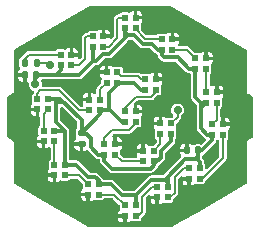
<source format=gbr>
%TF.GenerationSoftware,KiCad,Pcbnew,8.0.4*%
%TF.CreationDate,2024-10-23T12:54:15+11:00*%
%TF.ProjectId,SC_Logo_LED,53435f4c-6f67-46f5-9f4c-45442e6b6963,rev?*%
%TF.SameCoordinates,Original*%
%TF.FileFunction,Copper,L1,Top*%
%TF.FilePolarity,Positive*%
%FSLAX46Y46*%
G04 Gerber Fmt 4.6, Leading zero omitted, Abs format (unit mm)*
G04 Created by KiCad (PCBNEW 8.0.4) date 2024-10-23 12:54:15*
%MOMM*%
%LPD*%
G01*
G04 APERTURE LIST*
G04 Aperture macros list*
%AMRoundRect*
0 Rectangle with rounded corners*
0 $1 Rounding radius*
0 $2 $3 $4 $5 $6 $7 $8 $9 X,Y pos of 4 corners*
0 Add a 4 corners polygon primitive as box body*
4,1,4,$2,$3,$4,$5,$6,$7,$8,$9,$2,$3,0*
0 Add four circle primitives for the rounded corners*
1,1,$1+$1,$2,$3*
1,1,$1+$1,$4,$5*
1,1,$1+$1,$6,$7*
1,1,$1+$1,$8,$9*
0 Add four rect primitives between the rounded corners*
20,1,$1+$1,$2,$3,$4,$5,0*
20,1,$1+$1,$4,$5,$6,$7,0*
20,1,$1+$1,$6,$7,$8,$9,0*
20,1,$1+$1,$8,$9,$2,$3,0*%
G04 Aperture macros list end*
%TA.AperFunction,SMDPad,CuDef*%
%ADD10R,0.500000X0.500000*%
%TD*%
%TA.AperFunction,SMDPad,CuDef*%
%ADD11RoundRect,0.135000X0.135000X0.185000X-0.135000X0.185000X-0.135000X-0.185000X0.135000X-0.185000X0*%
%TD*%
%TA.AperFunction,SMDPad,CuDef*%
%ADD12RoundRect,0.140000X-0.140000X-0.170000X0.140000X-0.170000X0.140000X0.170000X-0.140000X0.170000X0*%
%TD*%
%TA.AperFunction,SMDPad,CuDef*%
%ADD13RoundRect,0.140000X0.170000X-0.140000X0.170000X0.140000X-0.170000X0.140000X-0.170000X-0.140000X0*%
%TD*%
%TA.AperFunction,ViaPad*%
%ADD14C,0.700000*%
%TD*%
%TA.AperFunction,Conductor*%
%ADD15C,0.300000*%
%TD*%
%TA.AperFunction,Conductor*%
%ADD16C,0.200000*%
%TD*%
G04 APERTURE END LIST*
D10*
%TO.P,D3,1,DIN*%
%TO.N,Net-(D2-DOUT)*%
X151754000Y-92899434D03*
%TO.P,D3,2,VDD*%
%TO.N,+5V*%
X151754000Y-93799434D03*
%TO.P,D3,3,DOUT*%
%TO.N,Net-(D3-DOUT)*%
X152654000Y-93799434D03*
%TO.P,D3,4,GND*%
%TO.N,GND*%
X152654000Y-92899434D03*
%TD*%
%TO.P,D2,1,DIN*%
%TO.N,Net-(D1-DOUT)*%
X149035250Y-94469105D03*
%TO.P,D2,2,VDD*%
%TO.N,+5V*%
X149035250Y-95369105D03*
%TO.P,D2,3,DOUT*%
%TO.N,Net-(D2-DOUT)*%
X149935250Y-95369105D03*
%TO.P,D2,4,GND*%
%TO.N,GND*%
X149935250Y-94469105D03*
%TD*%
%TO.P,D5,1,DIN*%
%TO.N,Net-(D4-DOUT)*%
X157722750Y-96345493D03*
%TO.P,D5,2,VDD*%
%TO.N,+5V*%
X157722750Y-97245493D03*
%TO.P,D5,3,DOUT*%
%TO.N,Net-(D5-DOUT)*%
X158622750Y-97245493D03*
%TO.P,D5,4,GND*%
%TO.N,GND*%
X158622750Y-96345493D03*
%TD*%
%TO.P,D15,1,DIN*%
%TO.N,Net-(D14-DOUT)*%
X148747473Y-100738000D03*
%TO.P,D15,2,VDD*%
%TO.N,+5V*%
X149647473Y-100738000D03*
%TO.P,D15,3,DOUT*%
%TO.N,Net-(D15-DOUT)*%
X149647473Y-99838000D03*
%TO.P,D15,4,GND*%
%TO.N,GND*%
X148747473Y-99838000D03*
%TD*%
%TO.P,D1,1,DIN*%
%TO.N,Net-(D1-DIN)*%
X146316500Y-96038776D03*
%TO.P,D1,2,VDD*%
%TO.N,+5V*%
X146316500Y-96938776D03*
%TO.P,D1,3,DOUT*%
%TO.N,Net-(D1-DOUT)*%
X147216500Y-96938776D03*
%TO.P,D1,4,GND*%
%TO.N,GND*%
X147216500Y-96038776D03*
%TD*%
%TO.P,D10,1,DIN*%
%TO.N,Net-(D10-DIN)*%
X152654000Y-109676566D03*
%TO.P,D10,2,VDD*%
%TO.N,+5V*%
X152654000Y-108776566D03*
%TO.P,D10,3,DOUT*%
%TO.N,Net-(D10-DOUT)*%
X151754000Y-108776566D03*
%TO.P,D10,4,GND*%
%TO.N,GND*%
X151754000Y-109676566D03*
%TD*%
%TO.P,D13,1,DIN*%
%TO.N,Net-(D12-DOUT)*%
X145779000Y-103368274D03*
%TO.P,D13,2,VDD*%
%TO.N,+5V*%
X145779000Y-102468274D03*
%TO.P,D13,3,DOUT*%
%TO.N,Net-(D13-DOUT)*%
X144879000Y-102468274D03*
%TO.P,D13,4,GND*%
%TO.N,GND*%
X144879000Y-103368274D03*
%TD*%
%TO.P,D21,1,DIN*%
%TO.N,Net-(D20-DOUT)*%
X154760527Y-102738000D03*
%TO.P,D21,2,VDD*%
%TO.N,+5V*%
X155660527Y-102738000D03*
%TO.P,D21,3,DOUT*%
%TO.N,DOUT*%
X155660527Y-101838000D03*
%TO.P,D21,4,GND*%
%TO.N,GND*%
X154760527Y-101838000D03*
%TD*%
%TO.P,D14,1,DIN*%
%TO.N,Net-(D13-DOUT)*%
X145247750Y-100668422D03*
%TO.P,D14,2,VDD*%
%TO.N,+5V*%
X145247750Y-99768422D03*
%TO.P,D14,3,DOUT*%
%TO.N,Net-(D14-DOUT)*%
X144347750Y-99768422D03*
%TO.P,D14,4,GND*%
%TO.N,GND*%
X144347750Y-100668422D03*
%TD*%
%TO.P,D12,1,DIN*%
%TO.N,Net-(D11-DOUT)*%
X146685250Y-106230507D03*
%TO.P,D12,2,VDD*%
%TO.N,+5V*%
X146685250Y-105330507D03*
%TO.P,D12,3,DOUT*%
%TO.N,Net-(D12-DOUT)*%
X145785250Y-105330507D03*
%TO.P,D12,4,GND*%
%TO.N,GND*%
X145785250Y-106230507D03*
%TD*%
%TO.P,D7,1,DIN*%
%TO.N,Net-(D6-DOUT)*%
X159160250Y-101907578D03*
%TO.P,D7,2,VDD*%
%TO.N,+5V*%
X159160250Y-102807578D03*
%TO.P,D7,3,DOUT*%
%TO.N,Net-(D7-DOUT)*%
X160060250Y-102807578D03*
%TO.P,D7,4,GND*%
%TO.N,GND*%
X160060250Y-101907578D03*
%TD*%
%TO.P,D20,1,DIN*%
%TO.N,Net-(D19-DOUT)*%
X153292928Y-105068127D03*
%TO.P,D20,2,VDD*%
%TO.N,+5V*%
X154192928Y-105068127D03*
%TO.P,D20,3,DOUT*%
%TO.N,Net-(D20-DOUT)*%
X154192928Y-104168127D03*
%TO.P,D20,4,GND*%
%TO.N,GND*%
X153292928Y-104168127D03*
%TD*%
D11*
%TO.P,R1,1*%
%TO.N,DIN*%
X144274000Y-96716000D03*
%TO.P,R1,2*%
%TO.N,Net-(D1-DIN)*%
X143254000Y-96716000D03*
%TD*%
D10*
%TO.P,D9,1,DIN*%
%TO.N,Net-(D8-DOUT)*%
X155372750Y-108106895D03*
%TO.P,D9,2,VDD*%
%TO.N,+5V*%
X155372750Y-107206895D03*
%TO.P,D9,3,DOUT*%
%TO.N,Net-(D10-DIN)*%
X154472750Y-107206895D03*
%TO.P,D9,4,GND*%
%TO.N,GND*%
X154472750Y-108106895D03*
%TD*%
%TO.P,D17,1,DIN*%
%TO.N,Net-(D16-DOUT)*%
X153484536Y-98090405D03*
%TO.P,D17,2,VDD*%
%TO.N,+5V*%
X153484536Y-98990405D03*
%TO.P,D17,3,DOUT*%
%TO.N,Net-(D17-DOUT)*%
X154384536Y-98990405D03*
%TO.P,D17,4,GND*%
%TO.N,GND*%
X154384536Y-98090405D03*
%TD*%
D12*
%TO.P,C1,1*%
%TO.N,GND*%
X143284000Y-97732000D03*
%TO.P,C1,2*%
%TO.N,+5V*%
X144244000Y-97732000D03*
%TD*%
%TO.P,C2,1*%
%TO.N,GND*%
X157000000Y-104140000D03*
%TO.P,C2,2*%
%TO.N,+5V*%
X157960000Y-104140000D03*
%TD*%
D10*
%TO.P,D16,1,DIN*%
%TO.N,Net-(D15-DOUT)*%
X150215072Y-98407873D03*
%TO.P,D16,2,VDD*%
%TO.N,+5V*%
X151115072Y-98407873D03*
%TO.P,D16,3,DOUT*%
%TO.N,Net-(D16-DOUT)*%
X151115072Y-97507873D03*
%TO.P,D16,4,GND*%
%TO.N,GND*%
X150215072Y-97507873D03*
%TD*%
%TO.P,D4,1,DIN*%
%TO.N,Net-(D3-DOUT)*%
X154879000Y-94703653D03*
%TO.P,D4,2,VDD*%
%TO.N,+5V*%
X154879000Y-95603653D03*
%TO.P,D4,3,DOUT*%
%TO.N,Net-(D4-DOUT)*%
X155779000Y-95603653D03*
%TO.P,D4,4,GND*%
%TO.N,GND*%
X155779000Y-94703653D03*
%TD*%
D13*
%TO.P,C3,1*%
%TO.N,GND*%
X148082000Y-103604000D03*
%TO.P,C3,2*%
%TO.N,+5V*%
X148082000Y-102644000D03*
%TD*%
D10*
%TO.P,D19,1,DIN*%
%TO.N,Net-(D18-DOUT)*%
X150023464Y-103585595D03*
%TO.P,D19,2,VDD*%
%TO.N,+5V*%
X150023464Y-104485595D03*
%TO.P,D19,3,DOUT*%
%TO.N,Net-(D19-DOUT)*%
X150923464Y-104485595D03*
%TO.P,D19,4,GND*%
%TO.N,GND*%
X150923464Y-103585595D03*
%TD*%
%TO.P,D6,1,DIN*%
%TO.N,Net-(D5-DOUT)*%
X158629000Y-99207726D03*
%TO.P,D6,2,VDD*%
%TO.N,+5V*%
X158629000Y-100107726D03*
%TO.P,D6,3,DOUT*%
%TO.N,Net-(D6-DOUT)*%
X159529000Y-100107726D03*
%TO.P,D6,4,GND*%
%TO.N,GND*%
X159529000Y-99207726D03*
%TD*%
%TO.P,D11,1,DIN*%
%TO.N,Net-(D10-DOUT)*%
X149529000Y-107872347D03*
%TO.P,D11,2,VDD*%
%TO.N,+5V*%
X149529000Y-106972347D03*
%TO.P,D11,3,DOUT*%
%TO.N,Net-(D11-DOUT)*%
X148629000Y-106972347D03*
%TO.P,D11,4,GND*%
%TO.N,GND*%
X148629000Y-107872347D03*
%TD*%
%TO.P,D18,1,DIN*%
%TO.N,Net-(D17-DOUT)*%
X151754000Y-100838000D03*
%TO.P,D18,2,VDD*%
%TO.N,+5V*%
X151754000Y-101738000D03*
%TO.P,D18,3,DOUT*%
%TO.N,Net-(D18-DOUT)*%
X152654000Y-101738000D03*
%TO.P,D18,4,GND*%
%TO.N,GND*%
X152654000Y-100838000D03*
%TD*%
%TO.P,D8,1,DIN*%
%TO.N,Net-(D7-DOUT)*%
X158091500Y-106537224D03*
%TO.P,D8,2,VDD*%
%TO.N,+5V*%
X158091500Y-105637224D03*
%TO.P,D8,3,DOUT*%
%TO.N,Net-(D8-DOUT)*%
X157191500Y-105637224D03*
%TO.P,D8,4,GND*%
%TO.N,GND*%
X157191500Y-106537224D03*
%TD*%
D14*
%TO.N,+5V*%
X144170400Y-98552000D03*
%TO.N,GND*%
X147320000Y-94488000D03*
X151130000Y-106426000D03*
X154432000Y-92964000D03*
X144272000Y-104902000D03*
X159258000Y-104394000D03*
X146812000Y-107696000D03*
X160782000Y-100584000D03*
X147574000Y-99441000D03*
X156464000Y-98806000D03*
X147853400Y-104622600D03*
X143764000Y-102108000D03*
X149860000Y-109220000D03*
X153670000Y-102108000D03*
X156108400Y-104114600D03*
X157226000Y-107950000D03*
X143002000Y-99060000D03*
X154432000Y-109474000D03*
X157480000Y-94742000D03*
X149860000Y-92964000D03*
%TO.N,DOUT*%
X156210000Y-100711000D03*
%TO.N,DIN*%
X145437267Y-96898769D03*
%TD*%
D15*
%TO.N,+5V*%
X154081653Y-95153653D02*
X154531653Y-95603653D01*
X149902895Y-95969105D02*
X150410895Y-95969105D01*
X154531653Y-95603653D02*
X154879000Y-95603653D01*
X144244000Y-97732000D02*
X145523276Y-97732000D01*
X149289250Y-96582750D02*
X149902895Y-95969105D01*
X150368000Y-100330000D02*
X150368000Y-100584000D01*
X154879000Y-95603653D02*
X154879000Y-96053653D01*
X158179000Y-100533326D02*
X158191200Y-100545526D01*
X144170400Y-98552000D02*
X144170400Y-97805600D01*
X159160250Y-102807578D02*
X159160250Y-103221750D01*
X146316500Y-97300138D02*
X146316500Y-96938776D01*
X150368000Y-100330000D02*
X150368000Y-99314000D01*
X149529000Y-106672347D02*
X149229000Y-106372347D01*
X158091500Y-105084300D02*
X158091500Y-105637224D01*
X145523276Y-97732000D02*
X145884638Y-97732000D01*
X158179000Y-100107726D02*
X158179000Y-100533326D01*
X149229000Y-106372347D02*
X148665396Y-106372347D01*
X146685250Y-102489250D02*
X146664274Y-102468274D01*
X146175604Y-100020672D02*
X146050000Y-100020672D01*
X158710250Y-102807578D02*
X159160250Y-102807578D01*
X149647473Y-100738000D02*
X150214000Y-100738000D01*
X150368000Y-100584000D02*
X150522000Y-100738000D01*
X158179000Y-100107726D02*
X158629000Y-100107726D01*
X149473464Y-104485595D02*
X148844000Y-103856131D01*
X151754000Y-93799434D02*
X151754000Y-94099434D01*
X156826724Y-104902000D02*
X155372750Y-106355974D01*
X152654000Y-107925645D02*
X151539475Y-107925645D01*
X146664274Y-102468274D02*
X146229000Y-102468274D01*
X157909200Y-104902000D02*
X157960000Y-104952800D01*
X146050000Y-100020672D02*
X145923000Y-100147672D01*
X157722750Y-99651476D02*
X158179000Y-100107726D01*
X158242000Y-104140000D02*
X157960000Y-104140000D01*
X147886000Y-97732000D02*
X149035250Y-96582750D01*
X151980566Y-94399434D02*
X151754000Y-94626000D01*
X157960000Y-104140000D02*
X157960000Y-104648000D01*
X155660527Y-103336924D02*
X155660527Y-102738000D01*
X154879000Y-96053653D02*
X155091347Y-96266000D01*
X146229000Y-102468274D02*
X145779000Y-102468274D01*
X149035250Y-96582750D02*
X149289250Y-96582750D01*
X157189493Y-97245493D02*
X157722750Y-97245493D01*
X147623556Y-105330507D02*
X146685250Y-105330507D01*
X155091347Y-96266000D02*
X156210000Y-96266000D01*
X149035250Y-96582750D02*
X149035250Y-95369105D01*
X152054000Y-94399434D02*
X151980566Y-94399434D01*
X145923000Y-101727000D02*
X146664274Y-102468274D01*
X157706000Y-104902000D02*
X157909200Y-104902000D01*
X152678355Y-107925645D02*
X152654000Y-107925645D01*
X158179000Y-100557726D02*
X158179000Y-102276328D01*
X146274940Y-99921336D02*
X146122026Y-99768422D01*
X146274940Y-99921336D02*
X146175604Y-100020672D01*
X150023464Y-104485595D02*
X149473464Y-104485595D01*
X149647473Y-101078527D02*
X149647473Y-100738000D01*
X155121829Y-106606895D02*
X153997105Y-106606895D01*
X146050000Y-100020672D02*
X146501276Y-100020672D01*
X148665396Y-106372347D02*
X147623556Y-105330507D01*
X148844000Y-103124000D02*
X148364000Y-102644000D01*
X150586177Y-106972347D02*
X149529000Y-106972347D01*
X146249724Y-99768422D02*
X148082000Y-101600698D01*
X151115072Y-98407873D02*
X152509873Y-98407873D01*
X152654000Y-107925645D02*
X152654000Y-108776566D01*
X156210000Y-96266000D02*
X157189493Y-97245493D01*
X145950664Y-99921336D02*
X146274940Y-99921336D01*
X158179000Y-102276328D02*
X158710250Y-102807578D01*
X151754000Y-94626000D02*
X151754000Y-93799434D01*
X155372750Y-106857816D02*
X155372750Y-107206895D01*
X145797750Y-99768422D02*
X145950664Y-99921336D01*
X146122026Y-99768422D02*
X146249724Y-99768422D01*
X152553038Y-94399434D02*
X153307257Y-95153653D01*
X154192928Y-105068127D02*
X154492928Y-105068127D01*
X145542000Y-99768422D02*
X145797750Y-99768422D01*
X145797750Y-99768422D02*
X146050000Y-100020672D01*
X155372750Y-106355974D02*
X155372750Y-107206895D01*
X151115072Y-98566928D02*
X151115072Y-98407873D01*
X154492928Y-105068127D02*
X154792928Y-104768127D01*
X157722750Y-97245493D02*
X157722750Y-99651476D01*
X150023464Y-105035595D02*
X150655996Y-105668127D01*
X153924000Y-105668127D02*
X154192928Y-105399199D01*
X158629000Y-100107726D02*
X158191200Y-100545526D01*
X155121829Y-106606895D02*
X155372750Y-106857816D01*
X144170400Y-97805600D02*
X144244000Y-97732000D01*
X148082000Y-102644000D02*
X149647473Y-101078527D01*
X154792928Y-104204523D02*
X155660527Y-103336924D01*
X145523276Y-97732000D02*
X147886000Y-97732000D01*
X152509873Y-98407873D02*
X153092405Y-98990405D01*
X151754000Y-94099434D02*
X152054000Y-94399434D01*
X157960000Y-104648000D02*
X157706000Y-104902000D01*
X157706000Y-104902000D02*
X156826724Y-104902000D01*
X145247750Y-99768422D02*
X145542000Y-99768422D01*
X150214000Y-100738000D02*
X150368000Y-100584000D01*
X149529000Y-106972347D02*
X149529000Y-106672347D01*
X145884638Y-97732000D02*
X146316500Y-97300138D01*
X150410895Y-95969105D02*
X151754000Y-94626000D01*
X150655996Y-105668127D02*
X153924000Y-105668127D01*
X157960000Y-104952800D02*
X158091500Y-105084300D01*
X155372750Y-106355974D02*
X155121829Y-106606895D01*
X146122026Y-99768422D02*
X145542000Y-99768422D01*
X158191200Y-100545526D02*
X158179000Y-100557726D01*
X148364000Y-102644000D02*
X148082000Y-102644000D01*
X154792928Y-104768127D02*
X154792928Y-104204523D01*
X148844000Y-103856131D02*
X148844000Y-103124000D01*
X145923000Y-100147672D02*
X145923000Y-101727000D01*
X157960000Y-104140000D02*
X157960000Y-104952800D01*
X153307257Y-95153653D02*
X154081653Y-95153653D01*
X153092405Y-98990405D02*
X153484536Y-98990405D01*
X154192928Y-105399199D02*
X154192928Y-105068127D01*
X152054000Y-94399434D02*
X152553038Y-94399434D01*
X150023464Y-104485595D02*
X150023464Y-105035595D01*
X153997105Y-106606895D02*
X152678355Y-107925645D01*
X159160250Y-103221750D02*
X158242000Y-104140000D01*
X151522000Y-101738000D02*
X151754000Y-101738000D01*
X150368000Y-99314000D02*
X151115072Y-98566928D01*
X146685250Y-105330507D02*
X146685250Y-102489250D01*
X148082000Y-101600698D02*
X148082000Y-102644000D01*
X149647473Y-100738000D02*
X150522000Y-100738000D01*
X150522000Y-100738000D02*
X151522000Y-101738000D01*
X151539475Y-107925645D02*
X150586177Y-106972347D01*
D16*
%TO.N,Net-(D1-DIN)*%
X146316500Y-96038776D02*
X143610224Y-96038776D01*
X143254000Y-96395000D02*
X143254000Y-96716000D01*
X143610224Y-96038776D02*
X143254000Y-96395000D01*
%TO.N,Net-(D1-DOUT)*%
X148558095Y-94469105D02*
X149035250Y-94469105D01*
X147866424Y-96938776D02*
X148386800Y-96418400D01*
X148386800Y-94640400D02*
X148558095Y-94469105D01*
X148386800Y-96418400D02*
X148386800Y-94640400D01*
X147216500Y-96938776D02*
X147866424Y-96938776D01*
%TO.N,Net-(D2-DOUT)*%
X151104600Y-93040200D02*
X151245366Y-92899434D01*
X151104600Y-94639004D02*
X151104600Y-93040200D01*
X151245366Y-92899434D02*
X151754000Y-92899434D01*
X150374499Y-95369105D02*
X151104600Y-94639004D01*
X149935250Y-95369105D02*
X150374499Y-95369105D01*
%TO.N,Net-(D3-DOUT)*%
X152654000Y-93799434D02*
X152654000Y-93864000D01*
X153493653Y-94703653D02*
X154879000Y-94703653D01*
X152654000Y-93864000D02*
X153493653Y-94703653D01*
%TO.N,Net-(D4-DOUT)*%
X156980910Y-95603653D02*
X157722750Y-96345493D01*
X155779000Y-95603653D02*
X156980910Y-95603653D01*
%TO.N,Net-(D5-DOUT)*%
X158622750Y-97245493D02*
X158622750Y-99201476D01*
X158622750Y-99201476D02*
X158629000Y-99207726D01*
%TO.N,DOUT*%
X156210000Y-101288527D02*
X155660527Y-101838000D01*
X156210000Y-100711000D02*
X156210000Y-101288527D01*
%TO.N,Net-(D6-DOUT)*%
X159529000Y-100107726D02*
X159529000Y-101538828D01*
X159529000Y-101538828D02*
X159160250Y-101907578D01*
%TO.N,Net-(D7-DOUT)*%
X160060250Y-104768474D02*
X158291500Y-106537224D01*
X160060250Y-102807578D02*
X160060250Y-104768474D01*
X158291500Y-106537224D02*
X158091500Y-106537224D01*
%TO.N,Net-(D8-DOUT)*%
X156744776Y-105637224D02*
X155956000Y-106426000D01*
X155572750Y-108106895D02*
X155372750Y-108106895D01*
X155956000Y-107723645D02*
X155572750Y-108106895D01*
X155956000Y-106426000D02*
X155956000Y-107723645D01*
X157191500Y-105637224D02*
X156744776Y-105637224D01*
%TO.N,Net-(D10-DIN)*%
X152854000Y-109676566D02*
X152654000Y-109676566D01*
X153204000Y-108036396D02*
X153204000Y-109326566D01*
X154472750Y-107206895D02*
X154033501Y-107206895D01*
X153204000Y-109326566D02*
X152854000Y-109676566D01*
X154033501Y-107206895D02*
X153204000Y-108036396D01*
%TO.N,Net-(D10-DOUT)*%
X150849781Y-107872347D02*
X149529000Y-107872347D01*
X151754000Y-108776566D02*
X150849781Y-107872347D01*
%TO.N,Net-(D11-DOUT)*%
X147887160Y-106230507D02*
X146685250Y-106230507D01*
X148629000Y-106972347D02*
X147887160Y-106230507D01*
%TO.N,Net-(D12-DOUT)*%
X145785250Y-105330507D02*
X145785250Y-103374524D01*
X145785250Y-103374524D02*
X145779000Y-103368274D01*
%TO.N,Net-(D13-DOUT)*%
X144879000Y-102468274D02*
X144879000Y-101037172D01*
X144879000Y-101037172D02*
X145247750Y-100668422D01*
%TO.N,Net-(D14-DOUT)*%
X144606172Y-99060000D02*
X146177000Y-99060000D01*
X146177000Y-99060000D02*
X147855000Y-100738000D01*
X147855000Y-100738000D02*
X148747473Y-100738000D01*
X144347750Y-99318422D02*
X144606172Y-99060000D01*
X144347750Y-99768422D02*
X144347750Y-99318422D01*
%TO.N,Net-(D15-DOUT)*%
X149647473Y-98975472D02*
X150215072Y-98407873D01*
X149647473Y-99838000D02*
X149647473Y-98975472D01*
%TO.N,Net-(D16-DOUT)*%
X152840396Y-97848000D02*
X153082801Y-98090405D01*
X153082801Y-98090405D02*
X153484536Y-98090405D01*
X151455199Y-97848000D02*
X152840396Y-97848000D01*
X151115072Y-97507873D02*
X151455199Y-97848000D01*
%TO.N,Net-(D17-DOUT)*%
X153938071Y-99593400D02*
X152679400Y-99593400D01*
X154384536Y-98990405D02*
X154384536Y-99146935D01*
X151754000Y-100518800D02*
X151754000Y-100838000D01*
X154384536Y-99146935D02*
X153938071Y-99593400D01*
X152679400Y-99593400D02*
X151754000Y-100518800D01*
%TO.N,Net-(D18-DOUT)*%
X152654000Y-101738000D02*
X152654000Y-101854000D01*
X152654000Y-101854000D02*
X152095200Y-102412800D01*
X150023464Y-103087536D02*
X150023464Y-103585595D01*
X150698200Y-102412800D02*
X150023464Y-103087536D01*
X152095200Y-102412800D02*
X150698200Y-102412800D01*
%TO.N,Net-(D19-DOUT)*%
X150923464Y-104485595D02*
X151505996Y-105068127D01*
X151505996Y-105068127D02*
X153292928Y-105068127D01*
%TO.N,Net-(D20-DOUT)*%
X154760527Y-103600528D02*
X154192928Y-104168127D01*
X154760527Y-102738000D02*
X154760527Y-103600528D01*
%TO.N,DIN*%
X144274000Y-96716000D02*
X145254498Y-96716000D01*
X145254498Y-96716000D02*
X145437267Y-96898769D01*
%TD*%
%TA.AperFunction,Conductor*%
%TO.N,GND*%
G36*
X152423533Y-94769619D02*
G01*
X152444175Y-94786253D01*
X153092045Y-95434123D01*
X153171969Y-95480267D01*
X153261113Y-95504153D01*
X153261114Y-95504153D01*
X153353401Y-95504153D01*
X153885109Y-95504153D01*
X153952148Y-95523838D01*
X153972790Y-95540472D01*
X154316441Y-95884123D01*
X154316443Y-95884124D01*
X154316447Y-95884127D01*
X154383410Y-95922788D01*
X154383411Y-95922788D01*
X154396365Y-95930267D01*
X154396366Y-95930267D01*
X154396367Y-95930268D01*
X154403276Y-95932119D01*
X154462939Y-95968480D01*
X154474292Y-95983005D01*
X154484450Y-95998208D01*
X154492181Y-96005939D01*
X154525666Y-96067262D01*
X154528500Y-96093620D01*
X154528500Y-96099797D01*
X154543168Y-96154540D01*
X154549439Y-96177942D01*
X154549439Y-96177944D01*
X154552384Y-96188937D01*
X154552387Y-96188944D01*
X154598527Y-96268861D01*
X154598529Y-96268864D01*
X154598530Y-96268865D01*
X154876135Y-96546470D01*
X154956059Y-96592614D01*
X155045203Y-96616500D01*
X156013456Y-96616500D01*
X156080495Y-96636185D01*
X156101137Y-96652819D01*
X156505692Y-97057373D01*
X156909024Y-97460705D01*
X156974281Y-97525962D01*
X156974284Y-97525963D01*
X156974287Y-97525966D01*
X157054199Y-97572104D01*
X157054200Y-97572104D01*
X157054205Y-97572107D01*
X157143349Y-97595993D01*
X157232783Y-97595993D01*
X157299822Y-97615678D01*
X157320464Y-97632312D01*
X157335931Y-97647779D01*
X157369416Y-97709102D01*
X157372250Y-97735460D01*
X157372250Y-99697619D01*
X157393754Y-99777878D01*
X157393763Y-99777908D01*
X157393764Y-99777911D01*
X157396136Y-99786764D01*
X157442277Y-99866684D01*
X157442281Y-99866689D01*
X157792181Y-100216589D01*
X157825666Y-100277912D01*
X157828500Y-100304270D01*
X157828500Y-102322472D01*
X157839501Y-102363530D01*
X157839502Y-102363530D01*
X157839502Y-102363531D01*
X157852386Y-102411616D01*
X157852388Y-102411619D01*
X157898527Y-102491536D01*
X157898529Y-102491539D01*
X157898530Y-102491540D01*
X158495038Y-103088048D01*
X158547329Y-103118238D01*
X158595544Y-103168804D01*
X158608768Y-103237411D01*
X158582800Y-103302276D01*
X158573010Y-103313306D01*
X158286455Y-103599861D01*
X158225132Y-103633346D01*
X158182591Y-103635119D01*
X158139904Y-103629500D01*
X157780105Y-103629500D01*
X157764386Y-103631569D01*
X157730513Y-103636028D01*
X157730511Y-103636029D01*
X157730509Y-103636029D01*
X157611852Y-103691361D01*
X157610722Y-103688939D01*
X157559692Y-103706142D01*
X157491927Y-103689123D01*
X157461463Y-103661677D01*
X157461212Y-103661929D01*
X157456378Y-103657095D01*
X157455016Y-103655868D01*
X157454639Y-103655357D01*
X157347919Y-103576594D01*
X157222732Y-103532788D01*
X157222720Y-103532786D01*
X157193007Y-103530000D01*
X157150000Y-103530000D01*
X157150000Y-104166000D01*
X157130315Y-104233039D01*
X157077511Y-104278794D01*
X157026000Y-104290000D01*
X156420001Y-104290000D01*
X156420001Y-104363000D01*
X156422786Y-104392720D01*
X156466596Y-104517922D01*
X156508761Y-104575053D01*
X156532732Y-104640682D01*
X156517417Y-104708852D01*
X156496672Y-104736368D01*
X155157538Y-106075504D01*
X155012966Y-106220076D01*
X154951643Y-106253561D01*
X154925285Y-106256395D01*
X154024654Y-106256395D01*
X153966199Y-106239230D01*
X153931386Y-106261604D01*
X153928575Y-106262393D01*
X153861817Y-106280281D01*
X153861814Y-106280282D01*
X153781896Y-106326422D01*
X153781891Y-106326426D01*
X152569492Y-107538826D01*
X152508169Y-107572311D01*
X152481811Y-107575145D01*
X151736019Y-107575145D01*
X151668980Y-107555460D01*
X151648338Y-107538826D01*
X150801390Y-106691878D01*
X150801385Y-106691874D01*
X150721466Y-106645733D01*
X150717192Y-106644588D01*
X150709787Y-106642604D01*
X150709786Y-106642603D01*
X150644308Y-106625059D01*
X150632321Y-106621847D01*
X150632320Y-106621847D01*
X150018967Y-106621847D01*
X149951928Y-106602162D01*
X149931286Y-106585528D01*
X149923555Y-106577797D01*
X149907884Y-106567326D01*
X149875271Y-106545534D01*
X149836777Y-106504433D01*
X149817825Y-106471607D01*
X149817822Y-106471602D01*
X149809470Y-106457134D01*
X149809468Y-106457132D01*
X149444213Y-106091878D01*
X149444208Y-106091874D01*
X149364290Y-106045734D01*
X149364289Y-106045733D01*
X149364288Y-106045733D01*
X149275144Y-106021847D01*
X149275143Y-106021847D01*
X148861939Y-106021847D01*
X148794900Y-106002162D01*
X148774258Y-105985528D01*
X148323217Y-105534487D01*
X147838768Y-105050037D01*
X147838767Y-105050036D01*
X147838764Y-105050034D01*
X147758844Y-105003893D01*
X147752811Y-105002276D01*
X147752810Y-105002276D01*
X147711254Y-104991141D01*
X147669700Y-104980007D01*
X147669699Y-104980007D01*
X147175216Y-104980007D01*
X147108177Y-104960322D01*
X147087532Y-104943685D01*
X147072066Y-104928218D01*
X147038583Y-104866894D01*
X147035750Y-104840540D01*
X147035750Y-103797000D01*
X147472001Y-103797000D01*
X147474786Y-103826720D01*
X147518596Y-103951922D01*
X147597358Y-104058641D01*
X147704080Y-104137405D01*
X147829267Y-104181211D01*
X147829279Y-104181213D01*
X147858992Y-104183999D01*
X147931999Y-104183998D01*
X147932000Y-104183998D01*
X147932000Y-103754000D01*
X147472001Y-103754000D01*
X147472001Y-103797000D01*
X147035750Y-103797000D01*
X147035750Y-102443108D01*
X147035750Y-102443106D01*
X147011864Y-102353962D01*
X147005794Y-102343448D01*
X146965720Y-102274038D01*
X146879486Y-102187804D01*
X146309819Y-101618137D01*
X146276334Y-101556814D01*
X146273500Y-101530456D01*
X146273500Y-100587242D01*
X146293185Y-100520203D01*
X146345989Y-100474448D01*
X146415147Y-100464504D01*
X146478703Y-100493529D01*
X146485181Y-100499561D01*
X147695181Y-101709561D01*
X147728666Y-101770884D01*
X147731500Y-101797242D01*
X147731500Y-102151598D01*
X147711815Y-102218637D01*
X147695181Y-102239279D01*
X147628776Y-102305683D01*
X147578027Y-102414514D01*
X147571500Y-102464097D01*
X147571500Y-102823894D01*
X147572772Y-102833560D01*
X147578028Y-102873487D01*
X147578029Y-102873489D01*
X147578029Y-102873490D01*
X147599146Y-102918774D01*
X147623753Y-102971545D01*
X147633361Y-102992148D01*
X147630938Y-102993277D01*
X147648142Y-103044295D01*
X147631129Y-103112062D01*
X147603677Y-103142536D01*
X147603929Y-103142788D01*
X147599110Y-103147606D01*
X147597876Y-103148977D01*
X147597358Y-103149358D01*
X147518594Y-103256080D01*
X147474788Y-103381267D01*
X147474786Y-103381279D01*
X147472000Y-103410992D01*
X147472000Y-103454000D01*
X148108000Y-103454000D01*
X148175039Y-103473685D01*
X148220794Y-103526489D01*
X148232000Y-103578000D01*
X148232000Y-104183999D01*
X148305000Y-104183999D01*
X148334720Y-104181213D01*
X148459922Y-104137403D01*
X148471681Y-104128725D01*
X148537309Y-104104752D01*
X148605480Y-104120065D01*
X148632999Y-104140812D01*
X149258252Y-104766065D01*
X149314222Y-104798379D01*
X149314223Y-104798380D01*
X149328861Y-104806831D01*
X149338176Y-104812209D01*
X149427320Y-104836095D01*
X149427321Y-104836095D01*
X149519608Y-104836095D01*
X149533497Y-104836095D01*
X149600536Y-104855780D01*
X149621178Y-104872414D01*
X149636645Y-104887881D01*
X149670130Y-104949204D01*
X149672964Y-104975562D01*
X149672964Y-105081738D01*
X149696078Y-105168001D01*
X149696079Y-105168007D01*
X149696848Y-105170878D01*
X149696852Y-105170887D01*
X149742989Y-105250800D01*
X149742993Y-105250805D01*
X149742994Y-105250807D01*
X150375527Y-105883339D01*
X150440784Y-105948596D01*
X150440787Y-105948597D01*
X150440790Y-105948600D01*
X150520702Y-105994738D01*
X150520703Y-105994738D01*
X150520708Y-105994741D01*
X150609852Y-106018627D01*
X150609854Y-106018627D01*
X153896451Y-106018627D01*
X153954905Y-106035791D01*
X153989719Y-106013418D01*
X153992529Y-106012628D01*
X154059288Y-105994741D01*
X154071442Y-105987724D01*
X154139212Y-105948597D01*
X154473398Y-105614411D01*
X154519542Y-105534487D01*
X154519543Y-105534481D01*
X154520275Y-105532718D01*
X154521292Y-105531455D01*
X154523606Y-105527448D01*
X154524230Y-105527808D01*
X154564115Y-105478314D01*
X154565945Y-105477068D01*
X154587480Y-105462679D01*
X154619740Y-105414398D01*
X154660841Y-105375904D01*
X154708140Y-105348597D01*
X155073398Y-104983339D01*
X155119542Y-104903415D01*
X155124847Y-104883616D01*
X155143428Y-104814271D01*
X155143428Y-104401066D01*
X155163113Y-104334027D01*
X155179747Y-104313385D01*
X155547123Y-103946009D01*
X155576140Y-103916992D01*
X156420000Y-103916992D01*
X156420000Y-103990000D01*
X156850000Y-103990000D01*
X156850000Y-103530000D01*
X156806999Y-103530000D01*
X156777279Y-103532786D01*
X156652077Y-103576596D01*
X156545358Y-103655358D01*
X156466594Y-103762080D01*
X156422788Y-103887267D01*
X156422786Y-103887279D01*
X156420000Y-103916992D01*
X155576140Y-103916992D01*
X155940996Y-103552136D01*
X155987141Y-103472212D01*
X156002198Y-103416017D01*
X156011027Y-103383068D01*
X156011027Y-103227967D01*
X156030712Y-103160928D01*
X156047346Y-103140286D01*
X156055078Y-103132553D01*
X156068770Y-103112062D01*
X156099394Y-103066231D01*
X156099394Y-103066229D01*
X156099395Y-103066229D01*
X156111026Y-103007752D01*
X156111027Y-103007750D01*
X156111027Y-102468249D01*
X156111026Y-102468247D01*
X156099395Y-102409770D01*
X156099394Y-102409768D01*
X156066432Y-102360439D01*
X156064061Y-102356891D01*
X156043183Y-102290215D01*
X156061667Y-102222835D01*
X156064062Y-102219108D01*
X156099394Y-102166231D01*
X156099395Y-102166229D01*
X156108079Y-102122568D01*
X156111027Y-102107748D01*
X156111027Y-101863833D01*
X156130712Y-101796794D01*
X156147346Y-101776152D01*
X156295471Y-101628027D01*
X156450460Y-101473038D01*
X156465764Y-101446530D01*
X156490021Y-101404516D01*
X156510500Y-101328089D01*
X156510500Y-101235457D01*
X156530185Y-101168418D01*
X156559011Y-101137083D01*
X156602621Y-101103621D01*
X156690861Y-100988625D01*
X156746330Y-100854709D01*
X156765250Y-100711000D01*
X156746330Y-100567291D01*
X156692570Y-100437500D01*
X156690862Y-100433377D01*
X156690861Y-100433376D01*
X156690861Y-100433375D01*
X156602621Y-100318379D01*
X156487625Y-100230139D01*
X156487624Y-100230138D01*
X156487622Y-100230137D01*
X156353712Y-100174671D01*
X156353710Y-100174670D01*
X156353709Y-100174670D01*
X156226141Y-100157875D01*
X156210001Y-100155750D01*
X156209999Y-100155750D01*
X156066291Y-100174670D01*
X156066287Y-100174671D01*
X155932377Y-100230137D01*
X155817379Y-100318379D01*
X155729137Y-100433377D01*
X155673671Y-100567287D01*
X155673670Y-100567291D01*
X155656995Y-100693951D01*
X155654750Y-100711000D01*
X155673400Y-100852661D01*
X155673670Y-100854708D01*
X155673671Y-100854712D01*
X155729137Y-100988622D01*
X155729138Y-100988624D01*
X155729139Y-100988625D01*
X155817379Y-101103621D01*
X155817380Y-101103622D01*
X155817415Y-101103667D01*
X155842609Y-101168836D01*
X155828571Y-101237281D01*
X155806722Y-101266832D01*
X155722373Y-101351182D01*
X155661053Y-101384666D01*
X155634694Y-101387500D01*
X155390778Y-101387500D01*
X155325257Y-101400532D01*
X155255666Y-101394303D01*
X155213387Y-101366595D01*
X155183006Y-101336214D01*
X155183001Y-101336211D01*
X155080403Y-101290910D01*
X155055321Y-101288000D01*
X154910527Y-101288000D01*
X154910527Y-101864000D01*
X154890842Y-101931039D01*
X154838038Y-101976794D01*
X154786527Y-101988000D01*
X154210528Y-101988000D01*
X154210528Y-102132785D01*
X154210529Y-102132808D01*
X154213435Y-102157869D01*
X154213436Y-102157873D01*
X154258738Y-102260474D01*
X154258741Y-102260479D01*
X154289122Y-102290860D01*
X154322607Y-102352183D01*
X154323059Y-102402730D01*
X154310027Y-102468251D01*
X154310027Y-103007752D01*
X154321658Y-103066229D01*
X154321659Y-103066230D01*
X154365975Y-103132553D01*
X154404917Y-103158573D01*
X154449723Y-103212185D01*
X154460027Y-103261675D01*
X154460027Y-103424695D01*
X154440342Y-103491734D01*
X154423708Y-103512376D01*
X154254776Y-103681308D01*
X154193453Y-103714793D01*
X154167095Y-103717627D01*
X153923179Y-103717627D01*
X153857658Y-103730659D01*
X153788067Y-103724430D01*
X153745788Y-103696722D01*
X153715407Y-103666341D01*
X153715402Y-103666338D01*
X153612804Y-103621037D01*
X153587722Y-103618127D01*
X153442928Y-103618127D01*
X153442928Y-104194127D01*
X153423243Y-104261166D01*
X153370439Y-104306921D01*
X153318928Y-104318127D01*
X152742929Y-104318127D01*
X152742929Y-104462912D01*
X152742930Y-104462935D01*
X152745836Y-104487996D01*
X152745838Y-104488002D01*
X152792437Y-104593543D01*
X152801507Y-104662821D01*
X152771683Y-104726006D01*
X152712433Y-104763035D01*
X152679002Y-104767627D01*
X151681829Y-104767627D01*
X151614790Y-104747942D01*
X151594148Y-104731308D01*
X151410283Y-104547443D01*
X151376798Y-104486120D01*
X151373964Y-104459762D01*
X151373964Y-104215844D01*
X151373963Y-104215842D01*
X151360932Y-104150328D01*
X151367159Y-104080737D01*
X151394868Y-104038456D01*
X151425249Y-104008074D01*
X151425252Y-104008069D01*
X151470553Y-103905472D01*
X151470553Y-103905470D01*
X151473463Y-103880389D01*
X151473464Y-103880386D01*
X151473464Y-103873332D01*
X152742928Y-103873332D01*
X152742928Y-104018127D01*
X153142928Y-104018127D01*
X153142928Y-103618127D01*
X152998142Y-103618127D01*
X152998119Y-103618129D01*
X152973058Y-103621035D01*
X152973054Y-103621036D01*
X152870453Y-103666338D01*
X152870448Y-103666341D01*
X152791142Y-103745647D01*
X152791139Y-103745652D01*
X152745838Y-103848249D01*
X152745838Y-103848251D01*
X152742928Y-103873332D01*
X151473464Y-103873332D01*
X151473464Y-103735595D01*
X150897464Y-103735595D01*
X150830425Y-103715910D01*
X150784670Y-103663106D01*
X150773464Y-103611595D01*
X150773464Y-103435595D01*
X151073464Y-103435595D01*
X151473463Y-103435595D01*
X151473463Y-103290809D01*
X151473461Y-103290786D01*
X151470555Y-103265725D01*
X151470554Y-103265721D01*
X151425252Y-103163120D01*
X151425249Y-103163115D01*
X151345943Y-103083809D01*
X151345938Y-103083806D01*
X151243340Y-103038505D01*
X151218258Y-103035595D01*
X151073464Y-103035595D01*
X151073464Y-103435595D01*
X150773464Y-103435595D01*
X150773464Y-103035595D01*
X150762541Y-103024673D01*
X150732698Y-103015910D01*
X150686943Y-102963106D01*
X150676999Y-102893948D01*
X150706024Y-102830392D01*
X150712032Y-102823938D01*
X150786354Y-102749616D01*
X150847676Y-102716134D01*
X150874033Y-102713300D01*
X152134760Y-102713300D01*
X152134762Y-102713300D01*
X152211189Y-102692821D01*
X152279711Y-102653260D01*
X152335660Y-102597311D01*
X152708152Y-102224819D01*
X152769475Y-102191334D01*
X152795833Y-102188500D01*
X152923750Y-102188500D01*
X152923751Y-102188499D01*
X152938568Y-102185552D01*
X152982229Y-102176868D01*
X152982229Y-102176867D01*
X152982231Y-102176867D01*
X153048552Y-102132552D01*
X153092867Y-102066231D01*
X153092867Y-102066229D01*
X153092868Y-102066229D01*
X153104499Y-102007752D01*
X153104500Y-102007750D01*
X153104500Y-101543205D01*
X154210527Y-101543205D01*
X154210527Y-101688000D01*
X154610527Y-101688000D01*
X154610527Y-101288000D01*
X154465741Y-101288000D01*
X154465718Y-101288002D01*
X154440657Y-101290908D01*
X154440653Y-101290909D01*
X154338052Y-101336211D01*
X154338047Y-101336214D01*
X154258741Y-101415520D01*
X154258738Y-101415525D01*
X154213437Y-101518122D01*
X154213437Y-101518124D01*
X154210527Y-101543205D01*
X153104500Y-101543205D01*
X153104500Y-101468249D01*
X153104499Y-101468247D01*
X153091468Y-101402733D01*
X153097695Y-101333142D01*
X153125404Y-101290861D01*
X153155785Y-101260479D01*
X153155788Y-101260474D01*
X153201089Y-101157877D01*
X153201089Y-101157875D01*
X153203999Y-101132794D01*
X153204000Y-101132791D01*
X153204000Y-100988000D01*
X152628000Y-100988000D01*
X152560961Y-100968315D01*
X152515206Y-100915511D01*
X152504000Y-100864000D01*
X152504000Y-100688000D01*
X152804000Y-100688000D01*
X153203999Y-100688000D01*
X153203999Y-100543214D01*
X153203997Y-100543191D01*
X153201091Y-100518130D01*
X153201090Y-100518126D01*
X153155788Y-100415525D01*
X153155785Y-100415520D01*
X153076479Y-100336214D01*
X153076474Y-100336211D01*
X152973876Y-100290910D01*
X152948794Y-100288000D01*
X152804000Y-100288000D01*
X152804000Y-100688000D01*
X152504000Y-100688000D01*
X152504000Y-100245131D01*
X152523685Y-100178092D01*
X152540308Y-100157462D01*
X152767554Y-99930216D01*
X152828875Y-99896734D01*
X152855233Y-99893900D01*
X153977631Y-99893900D01*
X153977633Y-99893900D01*
X154054060Y-99873421D01*
X154122582Y-99833860D01*
X154178531Y-99777911D01*
X154479218Y-99477224D01*
X154540541Y-99443739D01*
X154566899Y-99440905D01*
X154654286Y-99440905D01*
X154654287Y-99440904D01*
X154669104Y-99437957D01*
X154712765Y-99429273D01*
X154712765Y-99429272D01*
X154712767Y-99429272D01*
X154779088Y-99384957D01*
X154823403Y-99318636D01*
X154823403Y-99318634D01*
X154823404Y-99318634D01*
X154832448Y-99273166D01*
X154835036Y-99260153D01*
X154835036Y-98720657D01*
X154835036Y-98720654D01*
X154835035Y-98720652D01*
X154822004Y-98655138D01*
X154828231Y-98585547D01*
X154855940Y-98543266D01*
X154886321Y-98512884D01*
X154886324Y-98512879D01*
X154931625Y-98410282D01*
X154931625Y-98410280D01*
X154934535Y-98385199D01*
X154934536Y-98385196D01*
X154934536Y-98240405D01*
X154358536Y-98240405D01*
X154291497Y-98220720D01*
X154245742Y-98167916D01*
X154234536Y-98116405D01*
X154234536Y-97940405D01*
X154534536Y-97940405D01*
X154934535Y-97940405D01*
X154934535Y-97795619D01*
X154934533Y-97795596D01*
X154931627Y-97770535D01*
X154931626Y-97770531D01*
X154886324Y-97667930D01*
X154886321Y-97667925D01*
X154807015Y-97588619D01*
X154807010Y-97588616D01*
X154704412Y-97543315D01*
X154679330Y-97540405D01*
X154534536Y-97540405D01*
X154534536Y-97940405D01*
X154234536Y-97940405D01*
X154234536Y-97540405D01*
X154089750Y-97540405D01*
X154089727Y-97540407D01*
X154064666Y-97543313D01*
X154064662Y-97543314D01*
X153962061Y-97588616D01*
X153962056Y-97588619D01*
X153931674Y-97619001D01*
X153870351Y-97652486D01*
X153819804Y-97652937D01*
X153754284Y-97639905D01*
X153214788Y-97639905D01*
X153148409Y-97653108D01*
X153078818Y-97646879D01*
X153036538Y-97619171D01*
X153024908Y-97607541D01*
X153024903Y-97607537D01*
X153004905Y-97595991D01*
X153004903Y-97595991D01*
X152966334Y-97573723D01*
X152956386Y-97567979D01*
X152930909Y-97561152D01*
X152879958Y-97547500D01*
X152879956Y-97547500D01*
X151689572Y-97547500D01*
X151622533Y-97527815D01*
X151576778Y-97475011D01*
X151565572Y-97423500D01*
X151565572Y-97238122D01*
X151565571Y-97238120D01*
X151553940Y-97179643D01*
X151553939Y-97179642D01*
X151509624Y-97113320D01*
X151443302Y-97069005D01*
X151443301Y-97069004D01*
X151384824Y-97057373D01*
X151384820Y-97057373D01*
X150845324Y-97057373D01*
X150845323Y-97057373D01*
X150779802Y-97070405D01*
X150710211Y-97064176D01*
X150667932Y-97036468D01*
X150637551Y-97006087D01*
X150637546Y-97006084D01*
X150534948Y-96960783D01*
X150509866Y-96957873D01*
X150365072Y-96957873D01*
X150365072Y-97533873D01*
X150345387Y-97600912D01*
X150292583Y-97646667D01*
X150241072Y-97657873D01*
X149665073Y-97657873D01*
X149665073Y-97802658D01*
X149665074Y-97802681D01*
X149667980Y-97827742D01*
X149667981Y-97827746D01*
X149713283Y-97930347D01*
X149713286Y-97930352D01*
X149743667Y-97960733D01*
X149777152Y-98022056D01*
X149777604Y-98072603D01*
X149764572Y-98138124D01*
X149764572Y-98382040D01*
X149744887Y-98449079D01*
X149728253Y-98469721D01*
X149407014Y-98790959D01*
X149407008Y-98790967D01*
X149367455Y-98859476D01*
X149367452Y-98859481D01*
X149346973Y-98935911D01*
X149346973Y-99224074D01*
X149327288Y-99291113D01*
X149274484Y-99336868D01*
X149205326Y-99346812D01*
X149172888Y-99337509D01*
X149067349Y-99290910D01*
X149042267Y-99288000D01*
X148897473Y-99288000D01*
X148897473Y-99864000D01*
X148877788Y-99931039D01*
X148824984Y-99976794D01*
X148773473Y-99988000D01*
X148197474Y-99988000D01*
X148197474Y-100132785D01*
X148197475Y-100132808D01*
X148200381Y-100157869D01*
X148200383Y-100157875D01*
X148246982Y-100263416D01*
X148256052Y-100332694D01*
X148226228Y-100395879D01*
X148166978Y-100432908D01*
X148133547Y-100437500D01*
X148030833Y-100437500D01*
X147963794Y-100417815D01*
X147943152Y-100401181D01*
X147085176Y-99543205D01*
X148197473Y-99543205D01*
X148197473Y-99688000D01*
X148597473Y-99688000D01*
X148597473Y-99288000D01*
X148452687Y-99288000D01*
X148452664Y-99288002D01*
X148427603Y-99290908D01*
X148427599Y-99290909D01*
X148324998Y-99336211D01*
X148324993Y-99336214D01*
X148245687Y-99415520D01*
X148245684Y-99415525D01*
X148200383Y-99518122D01*
X148200383Y-99518124D01*
X148197473Y-99543205D01*
X147085176Y-99543205D01*
X146361512Y-98819541D01*
X146361504Y-98819535D01*
X146337875Y-98805893D01*
X146337875Y-98805892D01*
X146337872Y-98805892D01*
X146292994Y-98779981D01*
X146292991Y-98779979D01*
X146254775Y-98769739D01*
X146216562Y-98759500D01*
X146216560Y-98759500D01*
X144839727Y-98759500D01*
X144772688Y-98739815D01*
X144726933Y-98687011D01*
X144716788Y-98619315D01*
X144725650Y-98552002D01*
X144725650Y-98551999D01*
X144720500Y-98512884D01*
X144706730Y-98408291D01*
X144651261Y-98274375D01*
X144651257Y-98274370D01*
X144647869Y-98268501D01*
X144631396Y-98200601D01*
X144654248Y-98134574D01*
X144709169Y-98091383D01*
X144755256Y-98082500D01*
X147932142Y-98082500D01*
X147932144Y-98082500D01*
X148021288Y-98058614D01*
X148034748Y-98050843D01*
X148101212Y-98012470D01*
X148900604Y-97213078D01*
X149665072Y-97213078D01*
X149665072Y-97357873D01*
X150065072Y-97357873D01*
X150065072Y-96957873D01*
X149920286Y-96957873D01*
X149920263Y-96957875D01*
X149895202Y-96960781D01*
X149895198Y-96960782D01*
X149792597Y-97006084D01*
X149792592Y-97006087D01*
X149713286Y-97085393D01*
X149713283Y-97085398D01*
X149667982Y-97187995D01*
X149667982Y-97187997D01*
X149665072Y-97213078D01*
X148900604Y-97213078D01*
X149144113Y-96969569D01*
X149205436Y-96936084D01*
X149231794Y-96933250D01*
X149335392Y-96933250D01*
X149335394Y-96933250D01*
X149424538Y-96909364D01*
X149449429Y-96894993D01*
X149504462Y-96863220D01*
X150011758Y-96355924D01*
X150073081Y-96322439D01*
X150099439Y-96319605D01*
X150457037Y-96319605D01*
X150457039Y-96319605D01*
X150546183Y-96295719D01*
X150567096Y-96283645D01*
X150575121Y-96279012D01*
X150575122Y-96279011D01*
X150626107Y-96249575D01*
X151959002Y-94916677D01*
X151959007Y-94916674D01*
X151969210Y-94906470D01*
X151969212Y-94906470D01*
X152089429Y-94786253D01*
X152150752Y-94752768D01*
X152177110Y-94749934D01*
X152356494Y-94749934D01*
X152423533Y-94769619D01*
G37*
%TD.AperFunction*%
%TA.AperFunction,Conductor*%
G36*
X159673024Y-103209555D02*
G01*
X159693100Y-103220440D01*
X159704365Y-103227967D01*
X159704638Y-103228149D01*
X159749445Y-103281760D01*
X159759750Y-103331253D01*
X159759750Y-104592641D01*
X159740065Y-104659680D01*
X159723431Y-104680322D01*
X158753681Y-105650072D01*
X158692358Y-105683557D01*
X158622666Y-105678573D01*
X158566733Y-105636701D01*
X158542316Y-105571237D01*
X158542000Y-105562391D01*
X158542000Y-105367473D01*
X158541999Y-105367471D01*
X158530368Y-105308994D01*
X158530367Y-105308992D01*
X158486053Y-105242673D01*
X158478316Y-105234936D01*
X158444833Y-105173611D01*
X158442000Y-105147257D01*
X158442000Y-105038158D01*
X158442000Y-105038156D01*
X158418114Y-104949012D01*
X158410656Y-104936095D01*
X158371970Y-104869088D01*
X158346819Y-104843937D01*
X158313334Y-104782614D01*
X158310500Y-104756256D01*
X158310500Y-104632402D01*
X158330185Y-104565363D01*
X158346820Y-104544720D01*
X158349611Y-104541929D01*
X158383224Y-104508316D01*
X158395496Y-104481996D01*
X158441667Y-104429556D01*
X158445838Y-104427036D01*
X158457212Y-104420470D01*
X159440720Y-103436962D01*
X159486864Y-103357038D01*
X159504438Y-103291448D01*
X159540801Y-103231791D01*
X159603648Y-103201261D01*
X159673024Y-103209555D01*
G37*
%TD.AperFunction*%
%TA.AperFunction,Conductor*%
G36*
X155737965Y-91955112D02*
G01*
X161941952Y-95536987D01*
X161991500Y-95565593D01*
X162039716Y-95616160D01*
X162053500Y-95672980D01*
X162053500Y-98954739D01*
X162053500Y-99060193D01*
X162080793Y-99162053D01*
X162133520Y-99253379D01*
X162208087Y-99327946D01*
X162208088Y-99327947D01*
X162208090Y-99327948D01*
X162264472Y-99360500D01*
X162541500Y-99520441D01*
X162589715Y-99571008D01*
X162603500Y-99627828D01*
X162603500Y-102948170D01*
X162583815Y-103015209D01*
X162541500Y-103055557D01*
X162299413Y-103195327D01*
X162208085Y-103248055D01*
X162133521Y-103322619D01*
X162080794Y-103413944D01*
X162080793Y-103413947D01*
X162053500Y-103515807D01*
X162053500Y-106903018D01*
X162033815Y-106970057D01*
X161991500Y-107010405D01*
X157840794Y-109406818D01*
X156420955Y-110226563D01*
X155737966Y-110620887D01*
X155675966Y-110637500D01*
X148732034Y-110637500D01*
X148670034Y-110620887D01*
X147987045Y-110226563D01*
X147545005Y-109971351D01*
X151204001Y-109971351D01*
X151204002Y-109971374D01*
X151206908Y-109996435D01*
X151206909Y-109996439D01*
X151252211Y-110099040D01*
X151252214Y-110099045D01*
X151331520Y-110178351D01*
X151331525Y-110178354D01*
X151434123Y-110223655D01*
X151459206Y-110226565D01*
X151603999Y-110226565D01*
X151604000Y-110226564D01*
X151604000Y-109826566D01*
X151204001Y-109826566D01*
X151204001Y-109971351D01*
X147545005Y-109971351D01*
X146567206Y-109406818D01*
X144420008Y-108167132D01*
X148079001Y-108167132D01*
X148079002Y-108167155D01*
X148081908Y-108192216D01*
X148081909Y-108192220D01*
X148127211Y-108294821D01*
X148127214Y-108294826D01*
X148206520Y-108374132D01*
X148206525Y-108374135D01*
X148309123Y-108419436D01*
X148334206Y-108422346D01*
X148478999Y-108422346D01*
X148479000Y-108422345D01*
X148479000Y-108022347D01*
X148079001Y-108022347D01*
X148079001Y-108167132D01*
X144420008Y-108167132D01*
X142416500Y-107010405D01*
X142368284Y-106959838D01*
X142354500Y-106903018D01*
X142354500Y-106525292D01*
X145235251Y-106525292D01*
X145235252Y-106525315D01*
X145238158Y-106550376D01*
X145238159Y-106550380D01*
X145283461Y-106652981D01*
X145283464Y-106652986D01*
X145362770Y-106732292D01*
X145362775Y-106732295D01*
X145465373Y-106777596D01*
X145490456Y-106780506D01*
X145635249Y-106780506D01*
X145635250Y-106780505D01*
X145635250Y-106380507D01*
X145235251Y-106380507D01*
X145235251Y-106525292D01*
X142354500Y-106525292D01*
X142354500Y-103663059D01*
X144329001Y-103663059D01*
X144329002Y-103663082D01*
X144331908Y-103688143D01*
X144331909Y-103688147D01*
X144377211Y-103790748D01*
X144377214Y-103790753D01*
X144456520Y-103870059D01*
X144456525Y-103870062D01*
X144559123Y-103915363D01*
X144584206Y-103918273D01*
X144728999Y-103918273D01*
X144729000Y-103918272D01*
X144729000Y-103518274D01*
X144329001Y-103518274D01*
X144329001Y-103663059D01*
X142354500Y-103663059D01*
X142354500Y-103515809D01*
X142354500Y-103515807D01*
X142327207Y-103413947D01*
X142274480Y-103322621D01*
X142199913Y-103248054D01*
X142108587Y-103195327D01*
X142086167Y-103182383D01*
X141866500Y-103055557D01*
X141818284Y-103004990D01*
X141804500Y-102948170D01*
X141804500Y-100963207D01*
X143797751Y-100963207D01*
X143797752Y-100963230D01*
X143800658Y-100988291D01*
X143800659Y-100988295D01*
X143845961Y-101090896D01*
X143845964Y-101090901D01*
X143925270Y-101170207D01*
X143925275Y-101170210D01*
X144027873Y-101215511D01*
X144052956Y-101218421D01*
X144197749Y-101218421D01*
X144197750Y-101218420D01*
X144197750Y-100818422D01*
X143797751Y-100818422D01*
X143797751Y-100963207D01*
X141804500Y-100963207D01*
X141804500Y-99627828D01*
X141824185Y-99560789D01*
X141866498Y-99520442D01*
X142199913Y-99327946D01*
X142234959Y-99292900D01*
X142274480Y-99253379D01*
X142327207Y-99162053D01*
X142354500Y-99060193D01*
X142354500Y-97955000D01*
X142704001Y-97955000D01*
X142706786Y-97984720D01*
X142750596Y-98109922D01*
X142829358Y-98216641D01*
X142936080Y-98295405D01*
X143061267Y-98339211D01*
X143061279Y-98339213D01*
X143090977Y-98341998D01*
X143091006Y-98341999D01*
X143134000Y-98341999D01*
X143134000Y-97882000D01*
X142704001Y-97882000D01*
X142704001Y-97955000D01*
X142354500Y-97955000D01*
X142354500Y-97508992D01*
X142704000Y-97508992D01*
X142704000Y-97582000D01*
X143310000Y-97582000D01*
X143377039Y-97601685D01*
X143422794Y-97654489D01*
X143434000Y-97706000D01*
X143434000Y-98341999D01*
X143476994Y-98341999D01*
X143490059Y-98340774D01*
X143558643Y-98354115D01*
X143609127Y-98402417D01*
X143625483Y-98470345D01*
X143624573Y-98480417D01*
X143615150Y-98551996D01*
X143615150Y-98551999D01*
X143615150Y-98552000D01*
X143629452Y-98660636D01*
X143634070Y-98695708D01*
X143634071Y-98695712D01*
X143689537Y-98829622D01*
X143689538Y-98829624D01*
X143689539Y-98829625D01*
X143777779Y-98944621D01*
X143892775Y-99032861D01*
X143892776Y-99032861D01*
X143892777Y-99032862D01*
X143990680Y-99073414D01*
X144045084Y-99117254D01*
X144067149Y-99183548D01*
X144063003Y-99220068D01*
X144048831Y-99272960D01*
X144012466Y-99332620D01*
X143997947Y-99343969D01*
X143953197Y-99373869D01*
X143908882Y-99440191D01*
X143908881Y-99440192D01*
X143897250Y-99498669D01*
X143897250Y-100038169D01*
X143910282Y-100103690D01*
X143904053Y-100173282D01*
X143876346Y-100215560D01*
X143845964Y-100245942D01*
X143845961Y-100245947D01*
X143800660Y-100348544D01*
X143800660Y-100348546D01*
X143797750Y-100373627D01*
X143797750Y-100518422D01*
X144373750Y-100518422D01*
X144440789Y-100538107D01*
X144486544Y-100590911D01*
X144497750Y-100642422D01*
X144497750Y-101218421D01*
X144515728Y-101236399D01*
X144521539Y-101238106D01*
X144567294Y-101290910D01*
X144578500Y-101342421D01*
X144578500Y-101944598D01*
X144558815Y-102011637D01*
X144523392Y-102047699D01*
X144484448Y-102073720D01*
X144440132Y-102140043D01*
X144440131Y-102140044D01*
X144428500Y-102198521D01*
X144428500Y-102738021D01*
X144441532Y-102803542D01*
X144435303Y-102873134D01*
X144407596Y-102915412D01*
X144377214Y-102945794D01*
X144377211Y-102945799D01*
X144331910Y-103048396D01*
X144331910Y-103048398D01*
X144329000Y-103073479D01*
X144329000Y-103218274D01*
X144905000Y-103218274D01*
X144972039Y-103237959D01*
X145017794Y-103290763D01*
X145029000Y-103342274D01*
X145029000Y-103918273D01*
X145173786Y-103918273D01*
X145173808Y-103918271D01*
X145198869Y-103915365D01*
X145198873Y-103915364D01*
X145310665Y-103866005D01*
X145379944Y-103856934D01*
X145443128Y-103886759D01*
X145480158Y-103946009D01*
X145484750Y-103979440D01*
X145484750Y-104806831D01*
X145465065Y-104873870D01*
X145429642Y-104909932D01*
X145390698Y-104935953D01*
X145346382Y-105002276D01*
X145346381Y-105002277D01*
X145334750Y-105060754D01*
X145334750Y-105600254D01*
X145347782Y-105665775D01*
X145341553Y-105735367D01*
X145313846Y-105777645D01*
X145283464Y-105808027D01*
X145283461Y-105808032D01*
X145238160Y-105910629D01*
X145238160Y-105910631D01*
X145235250Y-105935712D01*
X145235250Y-106080507D01*
X145811250Y-106080507D01*
X145878289Y-106100192D01*
X145924044Y-106152996D01*
X145935250Y-106204507D01*
X145935250Y-106780506D01*
X146080036Y-106780506D01*
X146080058Y-106780504D01*
X146105119Y-106777598D01*
X146105123Y-106777597D01*
X146207724Y-106732295D01*
X146207729Y-106732292D01*
X146238111Y-106701911D01*
X146299434Y-106668426D01*
X146349983Y-106667975D01*
X146415497Y-106681006D01*
X146415500Y-106681007D01*
X146415502Y-106681007D01*
X146955000Y-106681007D01*
X146955001Y-106681006D01*
X146969818Y-106678059D01*
X147013479Y-106669375D01*
X147013479Y-106669374D01*
X147013481Y-106669374D01*
X147079802Y-106625059D01*
X147079803Y-106625058D01*
X147105825Y-106586115D01*
X147159437Y-106541311D01*
X147208926Y-106531007D01*
X147711327Y-106531007D01*
X147778366Y-106550692D01*
X147799008Y-106567326D01*
X148142181Y-106910499D01*
X148175666Y-106971822D01*
X148178500Y-106998180D01*
X148178500Y-107242094D01*
X148191532Y-107307615D01*
X148185303Y-107377207D01*
X148157596Y-107419485D01*
X148127214Y-107449867D01*
X148127211Y-107449872D01*
X148081910Y-107552469D01*
X148081910Y-107552471D01*
X148079000Y-107577552D01*
X148079000Y-107722347D01*
X148655000Y-107722347D01*
X148722039Y-107742032D01*
X148767794Y-107794836D01*
X148779000Y-107846347D01*
X148779000Y-108422346D01*
X148923786Y-108422346D01*
X148923808Y-108422344D01*
X148948869Y-108419438D01*
X148948873Y-108419437D01*
X149051474Y-108374135D01*
X149051479Y-108374132D01*
X149081861Y-108343751D01*
X149143184Y-108310266D01*
X149193733Y-108309815D01*
X149259247Y-108322846D01*
X149259250Y-108322847D01*
X149259252Y-108322847D01*
X149798750Y-108322847D01*
X149798751Y-108322846D01*
X149813568Y-108319899D01*
X149857229Y-108311215D01*
X149857229Y-108311214D01*
X149857231Y-108311214D01*
X149923552Y-108266899D01*
X149930237Y-108256895D01*
X149949575Y-108227955D01*
X150003187Y-108183151D01*
X150052676Y-108172847D01*
X150673948Y-108172847D01*
X150740987Y-108192532D01*
X150761629Y-108209166D01*
X151267181Y-108714718D01*
X151300666Y-108776041D01*
X151303500Y-108802399D01*
X151303500Y-109046313D01*
X151316532Y-109111834D01*
X151310303Y-109181426D01*
X151282596Y-109223704D01*
X151252214Y-109254086D01*
X151252211Y-109254091D01*
X151206910Y-109356688D01*
X151206910Y-109356690D01*
X151204000Y-109381771D01*
X151204000Y-109526566D01*
X151780000Y-109526566D01*
X151847039Y-109546251D01*
X151892794Y-109599055D01*
X151904000Y-109650566D01*
X151904000Y-110226565D01*
X152048786Y-110226565D01*
X152048808Y-110226563D01*
X152073869Y-110223657D01*
X152073873Y-110223656D01*
X152176474Y-110178354D01*
X152176479Y-110178351D01*
X152206861Y-110147970D01*
X152268184Y-110114485D01*
X152318733Y-110114034D01*
X152384247Y-110127065D01*
X152384250Y-110127066D01*
X152384252Y-110127066D01*
X152923750Y-110127066D01*
X152923751Y-110127065D01*
X152938568Y-110124118D01*
X152982229Y-110115434D01*
X152982229Y-110115433D01*
X152982231Y-110115433D01*
X153048552Y-110071118D01*
X153092867Y-110004797D01*
X153092867Y-110004795D01*
X153092868Y-110004795D01*
X153104499Y-109946318D01*
X153104500Y-109946316D01*
X153104500Y-109902399D01*
X153124185Y-109835360D01*
X153140819Y-109814718D01*
X153444460Y-109511077D01*
X153484022Y-109442554D01*
X153504500Y-109366128D01*
X153504500Y-109287004D01*
X153504500Y-108401680D01*
X153922751Y-108401680D01*
X153922752Y-108401703D01*
X153925658Y-108426764D01*
X153925659Y-108426768D01*
X153970961Y-108529369D01*
X153970964Y-108529374D01*
X154050270Y-108608680D01*
X154050275Y-108608683D01*
X154152873Y-108653984D01*
X154177956Y-108656894D01*
X154322749Y-108656894D01*
X154322750Y-108656893D01*
X154322750Y-108256895D01*
X153922751Y-108256895D01*
X153922751Y-108401680D01*
X153504500Y-108401680D01*
X153504500Y-108212228D01*
X153524185Y-108145189D01*
X153540815Y-108124551D01*
X153727932Y-107937434D01*
X153789252Y-107903951D01*
X153858943Y-107908935D01*
X153903291Y-107937436D01*
X153922750Y-107956895D01*
X154498750Y-107956895D01*
X154565789Y-107976580D01*
X154611544Y-108029384D01*
X154622750Y-108080895D01*
X154622750Y-108656894D01*
X154767536Y-108656894D01*
X154767558Y-108656892D01*
X154792619Y-108653986D01*
X154792623Y-108653985D01*
X154895224Y-108608683D01*
X154895229Y-108608680D01*
X154925611Y-108578299D01*
X154986934Y-108544814D01*
X155037483Y-108544363D01*
X155102997Y-108557394D01*
X155103000Y-108557395D01*
X155103002Y-108557395D01*
X155642500Y-108557395D01*
X155642501Y-108557394D01*
X155657318Y-108554447D01*
X155700979Y-108545763D01*
X155700979Y-108545762D01*
X155700981Y-108545762D01*
X155767302Y-108501447D01*
X155811617Y-108435126D01*
X155811617Y-108435124D01*
X155811618Y-108435124D01*
X155823249Y-108376647D01*
X155823250Y-108376645D01*
X155823250Y-108332728D01*
X155842935Y-108265689D01*
X155859569Y-108245047D01*
X156023721Y-108080895D01*
X156196460Y-107908156D01*
X156213004Y-107879501D01*
X156236021Y-107839634D01*
X156256500Y-107763207D01*
X156256500Y-106832009D01*
X156641501Y-106832009D01*
X156641502Y-106832032D01*
X156644408Y-106857093D01*
X156644409Y-106857097D01*
X156689711Y-106959698D01*
X156689714Y-106959703D01*
X156769020Y-107039009D01*
X156769025Y-107039012D01*
X156871623Y-107084313D01*
X156896706Y-107087223D01*
X157041499Y-107087223D01*
X157041500Y-107087222D01*
X157041500Y-106687224D01*
X156641501Y-106687224D01*
X156641501Y-106832009D01*
X156256500Y-106832009D01*
X156256500Y-106601832D01*
X156276185Y-106534793D01*
X156292815Y-106514155D01*
X156442943Y-106364027D01*
X156504265Y-106330543D01*
X156573957Y-106335527D01*
X156618304Y-106364028D01*
X156641500Y-106387224D01*
X157217500Y-106387224D01*
X157284539Y-106406909D01*
X157330294Y-106459713D01*
X157341500Y-106511224D01*
X157341500Y-107087223D01*
X157486286Y-107087223D01*
X157486308Y-107087221D01*
X157511369Y-107084315D01*
X157511373Y-107084314D01*
X157613974Y-107039012D01*
X157613979Y-107039009D01*
X157644361Y-107008628D01*
X157705684Y-106975143D01*
X157756233Y-106974692D01*
X157821747Y-106987723D01*
X157821750Y-106987724D01*
X157821752Y-106987724D01*
X158361250Y-106987724D01*
X158361251Y-106987723D01*
X158376068Y-106984776D01*
X158419729Y-106976092D01*
X158419729Y-106976091D01*
X158419731Y-106976091D01*
X158486052Y-106931776D01*
X158530367Y-106865455D01*
X158530367Y-106865453D01*
X158530368Y-106865453D01*
X158541999Y-106806976D01*
X158542000Y-106806974D01*
X158542000Y-106763057D01*
X158561685Y-106696018D01*
X158578319Y-106675376D01*
X159417740Y-105835955D01*
X160300710Y-104952985D01*
X160303505Y-104948144D01*
X160340271Y-104884463D01*
X160360750Y-104808036D01*
X160360750Y-103331253D01*
X160380435Y-103264214D01*
X160415860Y-103228151D01*
X160454801Y-103202131D01*
X160454802Y-103202130D01*
X160499117Y-103135809D01*
X160499117Y-103135807D01*
X160499118Y-103135807D01*
X160510644Y-103077858D01*
X160510750Y-103077326D01*
X160510750Y-102537830D01*
X160510750Y-102537827D01*
X160510749Y-102537825D01*
X160497718Y-102472311D01*
X160503945Y-102402720D01*
X160531654Y-102360439D01*
X160562035Y-102330057D01*
X160562038Y-102330052D01*
X160607339Y-102227455D01*
X160607339Y-102227453D01*
X160610249Y-102202372D01*
X160610250Y-102202369D01*
X160610250Y-102057578D01*
X160034250Y-102057578D01*
X159967211Y-102037893D01*
X159921456Y-101985089D01*
X159910250Y-101933578D01*
X159910250Y-101757578D01*
X160210250Y-101757578D01*
X160610249Y-101757578D01*
X160610249Y-101612792D01*
X160610247Y-101612769D01*
X160607341Y-101587708D01*
X160607340Y-101587704D01*
X160562038Y-101485103D01*
X160562035Y-101485098D01*
X160482729Y-101405792D01*
X160482724Y-101405789D01*
X160380126Y-101360488D01*
X160355044Y-101357578D01*
X160210250Y-101357578D01*
X160210250Y-101757578D01*
X159910250Y-101757578D01*
X159910250Y-101357578D01*
X159892271Y-101339599D01*
X159886461Y-101337893D01*
X159840706Y-101285089D01*
X159829500Y-101233578D01*
X159829500Y-100631401D01*
X159849185Y-100564362D01*
X159884610Y-100528299D01*
X159923551Y-100502279D01*
X159929398Y-100493529D01*
X159967867Y-100435957D01*
X159967867Y-100435955D01*
X159967868Y-100435955D01*
X159979499Y-100377478D01*
X159979500Y-100377476D01*
X159979500Y-99837975D01*
X159979499Y-99837973D01*
X159966468Y-99772459D01*
X159972695Y-99702868D01*
X160000404Y-99660587D01*
X160030785Y-99630205D01*
X160030788Y-99630200D01*
X160076089Y-99527603D01*
X160076089Y-99527601D01*
X160078999Y-99502520D01*
X160079000Y-99502517D01*
X160079000Y-99357726D01*
X159503000Y-99357726D01*
X159435961Y-99338041D01*
X159390206Y-99285237D01*
X159379000Y-99233726D01*
X159379000Y-99057726D01*
X159679000Y-99057726D01*
X160078999Y-99057726D01*
X160078999Y-98912940D01*
X160078997Y-98912917D01*
X160076091Y-98887856D01*
X160076090Y-98887852D01*
X160030788Y-98785251D01*
X160030785Y-98785246D01*
X159951479Y-98705940D01*
X159951474Y-98705937D01*
X159848876Y-98660636D01*
X159823794Y-98657726D01*
X159679000Y-98657726D01*
X159679000Y-99057726D01*
X159379000Y-99057726D01*
X159379000Y-98657726D01*
X159234214Y-98657726D01*
X159234191Y-98657728D01*
X159209130Y-98660634D01*
X159209123Y-98660636D01*
X159097334Y-98709994D01*
X159028056Y-98719064D01*
X158964871Y-98689240D01*
X158927841Y-98629990D01*
X158923250Y-98596559D01*
X158923250Y-97769168D01*
X158942935Y-97702129D01*
X158978360Y-97666066D01*
X159017301Y-97640046D01*
X159017302Y-97640045D01*
X159061617Y-97573724D01*
X159061617Y-97573722D01*
X159061618Y-97573722D01*
X159073249Y-97515245D01*
X159073250Y-97515243D01*
X159073250Y-96975742D01*
X159073249Y-96975740D01*
X159060218Y-96910226D01*
X159066445Y-96840635D01*
X159094154Y-96798354D01*
X159124535Y-96767972D01*
X159124538Y-96767967D01*
X159169839Y-96665370D01*
X159169839Y-96665368D01*
X159172749Y-96640287D01*
X159172750Y-96640284D01*
X159172750Y-96495493D01*
X158596750Y-96495493D01*
X158529711Y-96475808D01*
X158483956Y-96423004D01*
X158472750Y-96371493D01*
X158472750Y-96195493D01*
X158772750Y-96195493D01*
X159172749Y-96195493D01*
X159172749Y-96050707D01*
X159172747Y-96050684D01*
X159169841Y-96025623D01*
X159169840Y-96025619D01*
X159124538Y-95923018D01*
X159124535Y-95923013D01*
X159045229Y-95843707D01*
X159045224Y-95843704D01*
X158942626Y-95798403D01*
X158917544Y-95795493D01*
X158772750Y-95795493D01*
X158772750Y-96195493D01*
X158472750Y-96195493D01*
X158472750Y-95795493D01*
X158327964Y-95795493D01*
X158327941Y-95795495D01*
X158302880Y-95798401D01*
X158302876Y-95798402D01*
X158200275Y-95843704D01*
X158200270Y-95843707D01*
X158169888Y-95874089D01*
X158108565Y-95907574D01*
X158058018Y-95908025D01*
X157992498Y-95894993D01*
X157748583Y-95894993D01*
X157681544Y-95875308D01*
X157660902Y-95858674D01*
X157165422Y-95363194D01*
X157165414Y-95363188D01*
X157114693Y-95333904D01*
X157114693Y-95333905D01*
X157104420Y-95327974D01*
X157096899Y-95323632D01*
X157020472Y-95303153D01*
X157020470Y-95303153D01*
X156392926Y-95303153D01*
X156325887Y-95283468D01*
X156280132Y-95230664D01*
X156270188Y-95161506D01*
X156279491Y-95129068D01*
X156326089Y-95023530D01*
X156326089Y-95023528D01*
X156328999Y-94998447D01*
X156329000Y-94998444D01*
X156329000Y-94853653D01*
X155753000Y-94853653D01*
X155685961Y-94833968D01*
X155640206Y-94781164D01*
X155629000Y-94729653D01*
X155629000Y-94553653D01*
X155929000Y-94553653D01*
X156328999Y-94553653D01*
X156328999Y-94408867D01*
X156328997Y-94408844D01*
X156326091Y-94383783D01*
X156326090Y-94383779D01*
X156280788Y-94281178D01*
X156280785Y-94281173D01*
X156201479Y-94201867D01*
X156201474Y-94201864D01*
X156098876Y-94156563D01*
X156073794Y-94153653D01*
X155929000Y-94153653D01*
X155929000Y-94553653D01*
X155629000Y-94553653D01*
X155629000Y-94153653D01*
X155484214Y-94153653D01*
X155484191Y-94153655D01*
X155459130Y-94156561D01*
X155459126Y-94156562D01*
X155356525Y-94201864D01*
X155356520Y-94201867D01*
X155326138Y-94232249D01*
X155264815Y-94265734D01*
X155214268Y-94266185D01*
X155148748Y-94253153D01*
X154609252Y-94253153D01*
X154609247Y-94253153D01*
X154550770Y-94264784D01*
X154550769Y-94264785D01*
X154484446Y-94309101D01*
X154458425Y-94348045D01*
X154404813Y-94392849D01*
X154355324Y-94403153D01*
X153669486Y-94403153D01*
X153602447Y-94383468D01*
X153581805Y-94366834D01*
X153140819Y-93925848D01*
X153107334Y-93864525D01*
X153104500Y-93838167D01*
X153104500Y-93529683D01*
X153104499Y-93529681D01*
X153091468Y-93464167D01*
X153097695Y-93394576D01*
X153125404Y-93352295D01*
X153155785Y-93321913D01*
X153155788Y-93321908D01*
X153201089Y-93219311D01*
X153201089Y-93219309D01*
X153203999Y-93194228D01*
X153204000Y-93194225D01*
X153204000Y-93049434D01*
X152628000Y-93049434D01*
X152560961Y-93029749D01*
X152515206Y-92976945D01*
X152504000Y-92925434D01*
X152504000Y-92749434D01*
X152804000Y-92749434D01*
X153203999Y-92749434D01*
X153203999Y-92604648D01*
X153203997Y-92604625D01*
X153201091Y-92579564D01*
X153201090Y-92579560D01*
X153155788Y-92476959D01*
X153155785Y-92476954D01*
X153076479Y-92397648D01*
X153076474Y-92397645D01*
X152973876Y-92352344D01*
X152948794Y-92349434D01*
X152804000Y-92349434D01*
X152804000Y-92749434D01*
X152504000Y-92749434D01*
X152504000Y-92349434D01*
X152359214Y-92349434D01*
X152359191Y-92349436D01*
X152334130Y-92352342D01*
X152334126Y-92352343D01*
X152231525Y-92397645D01*
X152231520Y-92397648D01*
X152201138Y-92428030D01*
X152139815Y-92461515D01*
X152089268Y-92461966D01*
X152023748Y-92448934D01*
X151484252Y-92448934D01*
X151484247Y-92448934D01*
X151425770Y-92460565D01*
X151425769Y-92460566D01*
X151359446Y-92504882D01*
X151333425Y-92543826D01*
X151279813Y-92588630D01*
X151230324Y-92598934D01*
X151205804Y-92598934D01*
X151129377Y-92619413D01*
X151129375Y-92619414D01*
X151111583Y-92629686D01*
X151111582Y-92629685D01*
X151060861Y-92658969D01*
X151060853Y-92658975D01*
X150864141Y-92855687D01*
X150864135Y-92855695D01*
X150824582Y-92924204D01*
X150824579Y-92924209D01*
X150804100Y-93000639D01*
X150804100Y-94463170D01*
X150784415Y-94530209D01*
X150767781Y-94550852D01*
X150680069Y-94638563D01*
X150618745Y-94672047D01*
X150549054Y-94667063D01*
X150504707Y-94638562D01*
X150485250Y-94619105D01*
X149909250Y-94619105D01*
X149842211Y-94599420D01*
X149796456Y-94546616D01*
X149785250Y-94495105D01*
X149785250Y-94319105D01*
X150085250Y-94319105D01*
X150485249Y-94319105D01*
X150485249Y-94174319D01*
X150485247Y-94174296D01*
X150482341Y-94149235D01*
X150482340Y-94149231D01*
X150437038Y-94046630D01*
X150437035Y-94046625D01*
X150357729Y-93967319D01*
X150357724Y-93967316D01*
X150255126Y-93922015D01*
X150230044Y-93919105D01*
X150085250Y-93919105D01*
X150085250Y-94319105D01*
X149785250Y-94319105D01*
X149785250Y-93919105D01*
X149640464Y-93919105D01*
X149640441Y-93919107D01*
X149615380Y-93922013D01*
X149615376Y-93922014D01*
X149512775Y-93967316D01*
X149512770Y-93967319D01*
X149482388Y-93997701D01*
X149421065Y-94031186D01*
X149370518Y-94031637D01*
X149304998Y-94018605D01*
X148765502Y-94018605D01*
X148765497Y-94018605D01*
X148707020Y-94030236D01*
X148707019Y-94030237D01*
X148640696Y-94074553D01*
X148614675Y-94113497D01*
X148561063Y-94158301D01*
X148526328Y-94165533D01*
X148526593Y-94167544D01*
X148518533Y-94168605D01*
X148442105Y-94189083D01*
X148373584Y-94228645D01*
X148373581Y-94228647D01*
X148146341Y-94455887D01*
X148146335Y-94455895D01*
X148106782Y-94524404D01*
X148106779Y-94524409D01*
X148086300Y-94600839D01*
X148086300Y-96242567D01*
X148066615Y-96309606D01*
X148049981Y-96330248D01*
X147978181Y-96402048D01*
X147916858Y-96435533D01*
X147847166Y-96430549D01*
X147791233Y-96388677D01*
X147766816Y-96323213D01*
X147766500Y-96314367D01*
X147766500Y-96188776D01*
X147190500Y-96188776D01*
X147123461Y-96169091D01*
X147077706Y-96116287D01*
X147066500Y-96064776D01*
X147066500Y-95888776D01*
X147366500Y-95888776D01*
X147766499Y-95888776D01*
X147766499Y-95743990D01*
X147766497Y-95743967D01*
X147763591Y-95718906D01*
X147763590Y-95718902D01*
X147718288Y-95616301D01*
X147718285Y-95616296D01*
X147638979Y-95536990D01*
X147638974Y-95536987D01*
X147536376Y-95491686D01*
X147511294Y-95488776D01*
X147366500Y-95488776D01*
X147366500Y-95888776D01*
X147066500Y-95888776D01*
X147066500Y-95488776D01*
X146921714Y-95488776D01*
X146921691Y-95488778D01*
X146896630Y-95491684D01*
X146896626Y-95491685D01*
X146794025Y-95536987D01*
X146794020Y-95536990D01*
X146763638Y-95567372D01*
X146702315Y-95600857D01*
X146651768Y-95601308D01*
X146586248Y-95588276D01*
X146046752Y-95588276D01*
X146046747Y-95588276D01*
X145988270Y-95599907D01*
X145988269Y-95599908D01*
X145921946Y-95644224D01*
X145895925Y-95683168D01*
X145842313Y-95727972D01*
X145792824Y-95738276D01*
X143570662Y-95738276D01*
X143549338Y-95743990D01*
X143494233Y-95758755D01*
X143472199Y-95771477D01*
X143469245Y-95773183D01*
X143456311Y-95780650D01*
X143425713Y-95798315D01*
X143425711Y-95798317D01*
X143069490Y-96154539D01*
X143069489Y-96154540D01*
X143029930Y-96194098D01*
X142994656Y-96218797D01*
X142923598Y-96251933D01*
X142923597Y-96251933D01*
X142839935Y-96335595D01*
X142789931Y-96442828D01*
X142783500Y-96491683D01*
X142783500Y-96940316D01*
X142789931Y-96989171D01*
X142789932Y-96989173D01*
X142834800Y-97085393D01*
X142844520Y-97106236D01*
X142842587Y-97107137D01*
X142860396Y-97159948D01*
X142843383Y-97227714D01*
X142834301Y-97239457D01*
X142834877Y-97239882D01*
X142750594Y-97354080D01*
X142706788Y-97479267D01*
X142706786Y-97479279D01*
X142704000Y-97508992D01*
X142354500Y-97508992D01*
X142354500Y-95672980D01*
X142374185Y-95605941D01*
X142416500Y-95565593D01*
X142466048Y-95536987D01*
X148670034Y-91955112D01*
X148732034Y-91938500D01*
X155675966Y-91938500D01*
X155737965Y-91955112D01*
G37*
%TD.AperFunction*%
%TD*%
M02*

</source>
